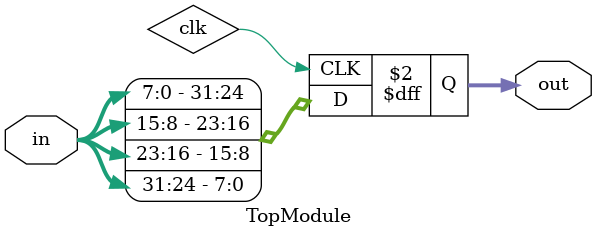
<source format=sv>


module TopModule (
  input [31:0] in,
  output [31:0] out
);

always @(posedge clk) begin
    out <= {in[7:0], in[15:8], in[23:16], in[31:24]};
end

endmodule

</source>
